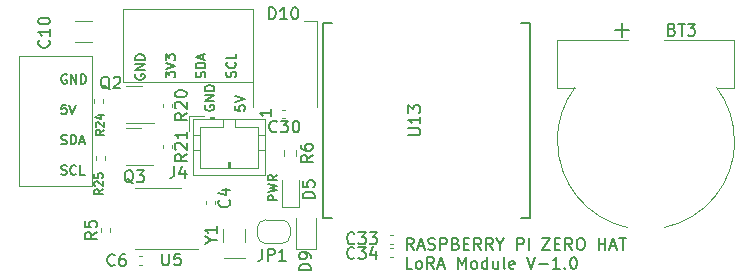
<source format=gto>
G04 #@! TF.GenerationSoftware,KiCad,Pcbnew,7.0.7*
G04 #@! TF.CreationDate,2023-12-10T12:53:02-04:00*
G04 #@! TF.ProjectId,pi zero hat,7069207a-6572-46f2-9068-61742e6b6963,rev?*
G04 #@! TF.SameCoordinates,Original*
G04 #@! TF.FileFunction,Legend,Top*
G04 #@! TF.FilePolarity,Positive*
%FSLAX46Y46*%
G04 Gerber Fmt 4.6, Leading zero omitted, Abs format (unit mm)*
G04 Created by KiCad (PCBNEW 7.0.7) date 2023-12-10 12:53:02*
%MOMM*%
%LPD*%
G01*
G04 APERTURE LIST*
%ADD10C,0.120000*%
%ADD11C,0.150000*%
G04 APERTURE END LIST*
D10*
X109200000Y-76600000D02*
X120200000Y-76600000D01*
X120200000Y-82800000D01*
X109200000Y-82800000D01*
X109200000Y-76600000D01*
X100400000Y-80600000D02*
X106600000Y-80600000D01*
X106600000Y-91600000D01*
X100400000Y-91600000D01*
X100400000Y-80600000D01*
D11*
X122294295Y-92810839D02*
X121494295Y-92810839D01*
X121494295Y-92810839D02*
X121494295Y-92506077D01*
X121494295Y-92506077D02*
X121532390Y-92429887D01*
X121532390Y-92429887D02*
X121570485Y-92391792D01*
X121570485Y-92391792D02*
X121646676Y-92353696D01*
X121646676Y-92353696D02*
X121760961Y-92353696D01*
X121760961Y-92353696D02*
X121837152Y-92391792D01*
X121837152Y-92391792D02*
X121875247Y-92429887D01*
X121875247Y-92429887D02*
X121913342Y-92506077D01*
X121913342Y-92506077D02*
X121913342Y-92810839D01*
X121494295Y-92087030D02*
X122294295Y-91896554D01*
X122294295Y-91896554D02*
X121722866Y-91744173D01*
X121722866Y-91744173D02*
X122294295Y-91591792D01*
X122294295Y-91591792D02*
X121494295Y-91401316D01*
X122294295Y-90639410D02*
X121913342Y-90906077D01*
X122294295Y-91096553D02*
X121494295Y-91096553D01*
X121494295Y-91096553D02*
X121494295Y-90791791D01*
X121494295Y-90791791D02*
X121532390Y-90715601D01*
X121532390Y-90715601D02*
X121570485Y-90677506D01*
X121570485Y-90677506D02*
X121646676Y-90639410D01*
X121646676Y-90639410D02*
X121760961Y-90639410D01*
X121760961Y-90639410D02*
X121837152Y-90677506D01*
X121837152Y-90677506D02*
X121875247Y-90715601D01*
X121875247Y-90715601D02*
X121913342Y-90791791D01*
X121913342Y-90791791D02*
X121913342Y-91096553D01*
X104458207Y-82154390D02*
X104382017Y-82116295D01*
X104382017Y-82116295D02*
X104267731Y-82116295D01*
X104267731Y-82116295D02*
X104153445Y-82154390D01*
X104153445Y-82154390D02*
X104077255Y-82230580D01*
X104077255Y-82230580D02*
X104039160Y-82306771D01*
X104039160Y-82306771D02*
X104001064Y-82459152D01*
X104001064Y-82459152D02*
X104001064Y-82573438D01*
X104001064Y-82573438D02*
X104039160Y-82725819D01*
X104039160Y-82725819D02*
X104077255Y-82802009D01*
X104077255Y-82802009D02*
X104153445Y-82878200D01*
X104153445Y-82878200D02*
X104267731Y-82916295D01*
X104267731Y-82916295D02*
X104343922Y-82916295D01*
X104343922Y-82916295D02*
X104458207Y-82878200D01*
X104458207Y-82878200D02*
X104496303Y-82840104D01*
X104496303Y-82840104D02*
X104496303Y-82573438D01*
X104496303Y-82573438D02*
X104343922Y-82573438D01*
X104839160Y-82916295D02*
X104839160Y-82116295D01*
X104839160Y-82116295D02*
X105296303Y-82916295D01*
X105296303Y-82916295D02*
X105296303Y-82116295D01*
X105677255Y-82916295D02*
X105677255Y-82116295D01*
X105677255Y-82116295D02*
X105867731Y-82116295D01*
X105867731Y-82116295D02*
X105982017Y-82154390D01*
X105982017Y-82154390D02*
X106058207Y-82230580D01*
X106058207Y-82230580D02*
X106096302Y-82306771D01*
X106096302Y-82306771D02*
X106134398Y-82459152D01*
X106134398Y-82459152D02*
X106134398Y-82573438D01*
X106134398Y-82573438D02*
X106096302Y-82725819D01*
X106096302Y-82725819D02*
X106058207Y-82802009D01*
X106058207Y-82802009D02*
X105982017Y-82878200D01*
X105982017Y-82878200D02*
X105867731Y-82916295D01*
X105867731Y-82916295D02*
X105677255Y-82916295D01*
X104420112Y-84692295D02*
X104039160Y-84692295D01*
X104039160Y-84692295D02*
X104001064Y-85073247D01*
X104001064Y-85073247D02*
X104039160Y-85035152D01*
X104039160Y-85035152D02*
X104115350Y-84997057D01*
X104115350Y-84997057D02*
X104305826Y-84997057D01*
X104305826Y-84997057D02*
X104382017Y-85035152D01*
X104382017Y-85035152D02*
X104420112Y-85073247D01*
X104420112Y-85073247D02*
X104458207Y-85149438D01*
X104458207Y-85149438D02*
X104458207Y-85339914D01*
X104458207Y-85339914D02*
X104420112Y-85416104D01*
X104420112Y-85416104D02*
X104382017Y-85454200D01*
X104382017Y-85454200D02*
X104305826Y-85492295D01*
X104305826Y-85492295D02*
X104115350Y-85492295D01*
X104115350Y-85492295D02*
X104039160Y-85454200D01*
X104039160Y-85454200D02*
X104001064Y-85416104D01*
X104686779Y-84692295D02*
X104953446Y-85492295D01*
X104953446Y-85492295D02*
X105220112Y-84692295D01*
X104001064Y-88030200D02*
X104115350Y-88068295D01*
X104115350Y-88068295D02*
X104305826Y-88068295D01*
X104305826Y-88068295D02*
X104382017Y-88030200D01*
X104382017Y-88030200D02*
X104420112Y-87992104D01*
X104420112Y-87992104D02*
X104458207Y-87915914D01*
X104458207Y-87915914D02*
X104458207Y-87839723D01*
X104458207Y-87839723D02*
X104420112Y-87763533D01*
X104420112Y-87763533D02*
X104382017Y-87725438D01*
X104382017Y-87725438D02*
X104305826Y-87687342D01*
X104305826Y-87687342D02*
X104153445Y-87649247D01*
X104153445Y-87649247D02*
X104077255Y-87611152D01*
X104077255Y-87611152D02*
X104039160Y-87573057D01*
X104039160Y-87573057D02*
X104001064Y-87496866D01*
X104001064Y-87496866D02*
X104001064Y-87420676D01*
X104001064Y-87420676D02*
X104039160Y-87344485D01*
X104039160Y-87344485D02*
X104077255Y-87306390D01*
X104077255Y-87306390D02*
X104153445Y-87268295D01*
X104153445Y-87268295D02*
X104343922Y-87268295D01*
X104343922Y-87268295D02*
X104458207Y-87306390D01*
X104801065Y-88068295D02*
X104801065Y-87268295D01*
X104801065Y-87268295D02*
X104991541Y-87268295D01*
X104991541Y-87268295D02*
X105105827Y-87306390D01*
X105105827Y-87306390D02*
X105182017Y-87382580D01*
X105182017Y-87382580D02*
X105220112Y-87458771D01*
X105220112Y-87458771D02*
X105258208Y-87611152D01*
X105258208Y-87611152D02*
X105258208Y-87725438D01*
X105258208Y-87725438D02*
X105220112Y-87877819D01*
X105220112Y-87877819D02*
X105182017Y-87954009D01*
X105182017Y-87954009D02*
X105105827Y-88030200D01*
X105105827Y-88030200D02*
X104991541Y-88068295D01*
X104991541Y-88068295D02*
X104801065Y-88068295D01*
X105562969Y-87839723D02*
X105943922Y-87839723D01*
X105486779Y-88068295D02*
X105753446Y-87268295D01*
X105753446Y-87268295D02*
X106020112Y-88068295D01*
X104001064Y-90606200D02*
X104115350Y-90644295D01*
X104115350Y-90644295D02*
X104305826Y-90644295D01*
X104305826Y-90644295D02*
X104382017Y-90606200D01*
X104382017Y-90606200D02*
X104420112Y-90568104D01*
X104420112Y-90568104D02*
X104458207Y-90491914D01*
X104458207Y-90491914D02*
X104458207Y-90415723D01*
X104458207Y-90415723D02*
X104420112Y-90339533D01*
X104420112Y-90339533D02*
X104382017Y-90301438D01*
X104382017Y-90301438D02*
X104305826Y-90263342D01*
X104305826Y-90263342D02*
X104153445Y-90225247D01*
X104153445Y-90225247D02*
X104077255Y-90187152D01*
X104077255Y-90187152D02*
X104039160Y-90149057D01*
X104039160Y-90149057D02*
X104001064Y-90072866D01*
X104001064Y-90072866D02*
X104001064Y-89996676D01*
X104001064Y-89996676D02*
X104039160Y-89920485D01*
X104039160Y-89920485D02*
X104077255Y-89882390D01*
X104077255Y-89882390D02*
X104153445Y-89844295D01*
X104153445Y-89844295D02*
X104343922Y-89844295D01*
X104343922Y-89844295D02*
X104458207Y-89882390D01*
X105258208Y-90568104D02*
X105220112Y-90606200D01*
X105220112Y-90606200D02*
X105105827Y-90644295D01*
X105105827Y-90644295D02*
X105029636Y-90644295D01*
X105029636Y-90644295D02*
X104915350Y-90606200D01*
X104915350Y-90606200D02*
X104839160Y-90530009D01*
X104839160Y-90530009D02*
X104801065Y-90453819D01*
X104801065Y-90453819D02*
X104762969Y-90301438D01*
X104762969Y-90301438D02*
X104762969Y-90187152D01*
X104762969Y-90187152D02*
X104801065Y-90034771D01*
X104801065Y-90034771D02*
X104839160Y-89958580D01*
X104839160Y-89958580D02*
X104915350Y-89882390D01*
X104915350Y-89882390D02*
X105029636Y-89844295D01*
X105029636Y-89844295D02*
X105105827Y-89844295D01*
X105105827Y-89844295D02*
X105220112Y-89882390D01*
X105220112Y-89882390D02*
X105258208Y-89920485D01*
X105982017Y-90644295D02*
X105601065Y-90644295D01*
X105601065Y-90644295D02*
X105601065Y-89844295D01*
X133838207Y-96989819D02*
X133504874Y-96513628D01*
X133266779Y-96989819D02*
X133266779Y-95989819D01*
X133266779Y-95989819D02*
X133647731Y-95989819D01*
X133647731Y-95989819D02*
X133742969Y-96037438D01*
X133742969Y-96037438D02*
X133790588Y-96085057D01*
X133790588Y-96085057D02*
X133838207Y-96180295D01*
X133838207Y-96180295D02*
X133838207Y-96323152D01*
X133838207Y-96323152D02*
X133790588Y-96418390D01*
X133790588Y-96418390D02*
X133742969Y-96466009D01*
X133742969Y-96466009D02*
X133647731Y-96513628D01*
X133647731Y-96513628D02*
X133266779Y-96513628D01*
X134219160Y-96704104D02*
X134695350Y-96704104D01*
X134123922Y-96989819D02*
X134457255Y-95989819D01*
X134457255Y-95989819D02*
X134790588Y-96989819D01*
X135076303Y-96942200D02*
X135219160Y-96989819D01*
X135219160Y-96989819D02*
X135457255Y-96989819D01*
X135457255Y-96989819D02*
X135552493Y-96942200D01*
X135552493Y-96942200D02*
X135600112Y-96894580D01*
X135600112Y-96894580D02*
X135647731Y-96799342D01*
X135647731Y-96799342D02*
X135647731Y-96704104D01*
X135647731Y-96704104D02*
X135600112Y-96608866D01*
X135600112Y-96608866D02*
X135552493Y-96561247D01*
X135552493Y-96561247D02*
X135457255Y-96513628D01*
X135457255Y-96513628D02*
X135266779Y-96466009D01*
X135266779Y-96466009D02*
X135171541Y-96418390D01*
X135171541Y-96418390D02*
X135123922Y-96370771D01*
X135123922Y-96370771D02*
X135076303Y-96275533D01*
X135076303Y-96275533D02*
X135076303Y-96180295D01*
X135076303Y-96180295D02*
X135123922Y-96085057D01*
X135123922Y-96085057D02*
X135171541Y-96037438D01*
X135171541Y-96037438D02*
X135266779Y-95989819D01*
X135266779Y-95989819D02*
X135504874Y-95989819D01*
X135504874Y-95989819D02*
X135647731Y-96037438D01*
X136076303Y-96989819D02*
X136076303Y-95989819D01*
X136076303Y-95989819D02*
X136457255Y-95989819D01*
X136457255Y-95989819D02*
X136552493Y-96037438D01*
X136552493Y-96037438D02*
X136600112Y-96085057D01*
X136600112Y-96085057D02*
X136647731Y-96180295D01*
X136647731Y-96180295D02*
X136647731Y-96323152D01*
X136647731Y-96323152D02*
X136600112Y-96418390D01*
X136600112Y-96418390D02*
X136552493Y-96466009D01*
X136552493Y-96466009D02*
X136457255Y-96513628D01*
X136457255Y-96513628D02*
X136076303Y-96513628D01*
X137409636Y-96466009D02*
X137552493Y-96513628D01*
X137552493Y-96513628D02*
X137600112Y-96561247D01*
X137600112Y-96561247D02*
X137647731Y-96656485D01*
X137647731Y-96656485D02*
X137647731Y-96799342D01*
X137647731Y-96799342D02*
X137600112Y-96894580D01*
X137600112Y-96894580D02*
X137552493Y-96942200D01*
X137552493Y-96942200D02*
X137457255Y-96989819D01*
X137457255Y-96989819D02*
X137076303Y-96989819D01*
X137076303Y-96989819D02*
X137076303Y-95989819D01*
X137076303Y-95989819D02*
X137409636Y-95989819D01*
X137409636Y-95989819D02*
X137504874Y-96037438D01*
X137504874Y-96037438D02*
X137552493Y-96085057D01*
X137552493Y-96085057D02*
X137600112Y-96180295D01*
X137600112Y-96180295D02*
X137600112Y-96275533D01*
X137600112Y-96275533D02*
X137552493Y-96370771D01*
X137552493Y-96370771D02*
X137504874Y-96418390D01*
X137504874Y-96418390D02*
X137409636Y-96466009D01*
X137409636Y-96466009D02*
X137076303Y-96466009D01*
X138076303Y-96466009D02*
X138409636Y-96466009D01*
X138552493Y-96989819D02*
X138076303Y-96989819D01*
X138076303Y-96989819D02*
X138076303Y-95989819D01*
X138076303Y-95989819D02*
X138552493Y-95989819D01*
X139552493Y-96989819D02*
X139219160Y-96513628D01*
X138981065Y-96989819D02*
X138981065Y-95989819D01*
X138981065Y-95989819D02*
X139362017Y-95989819D01*
X139362017Y-95989819D02*
X139457255Y-96037438D01*
X139457255Y-96037438D02*
X139504874Y-96085057D01*
X139504874Y-96085057D02*
X139552493Y-96180295D01*
X139552493Y-96180295D02*
X139552493Y-96323152D01*
X139552493Y-96323152D02*
X139504874Y-96418390D01*
X139504874Y-96418390D02*
X139457255Y-96466009D01*
X139457255Y-96466009D02*
X139362017Y-96513628D01*
X139362017Y-96513628D02*
X138981065Y-96513628D01*
X140552493Y-96989819D02*
X140219160Y-96513628D01*
X139981065Y-96989819D02*
X139981065Y-95989819D01*
X139981065Y-95989819D02*
X140362017Y-95989819D01*
X140362017Y-95989819D02*
X140457255Y-96037438D01*
X140457255Y-96037438D02*
X140504874Y-96085057D01*
X140504874Y-96085057D02*
X140552493Y-96180295D01*
X140552493Y-96180295D02*
X140552493Y-96323152D01*
X140552493Y-96323152D02*
X140504874Y-96418390D01*
X140504874Y-96418390D02*
X140457255Y-96466009D01*
X140457255Y-96466009D02*
X140362017Y-96513628D01*
X140362017Y-96513628D02*
X139981065Y-96513628D01*
X141171541Y-96513628D02*
X141171541Y-96989819D01*
X140838208Y-95989819D02*
X141171541Y-96513628D01*
X141171541Y-96513628D02*
X141504874Y-95989819D01*
X142600113Y-96989819D02*
X142600113Y-95989819D01*
X142600113Y-95989819D02*
X142981065Y-95989819D01*
X142981065Y-95989819D02*
X143076303Y-96037438D01*
X143076303Y-96037438D02*
X143123922Y-96085057D01*
X143123922Y-96085057D02*
X143171541Y-96180295D01*
X143171541Y-96180295D02*
X143171541Y-96323152D01*
X143171541Y-96323152D02*
X143123922Y-96418390D01*
X143123922Y-96418390D02*
X143076303Y-96466009D01*
X143076303Y-96466009D02*
X142981065Y-96513628D01*
X142981065Y-96513628D02*
X142600113Y-96513628D01*
X143600113Y-96989819D02*
X143600113Y-95989819D01*
X144742970Y-95989819D02*
X145409636Y-95989819D01*
X145409636Y-95989819D02*
X144742970Y-96989819D01*
X144742970Y-96989819D02*
X145409636Y-96989819D01*
X145790589Y-96466009D02*
X146123922Y-96466009D01*
X146266779Y-96989819D02*
X145790589Y-96989819D01*
X145790589Y-96989819D02*
X145790589Y-95989819D01*
X145790589Y-95989819D02*
X146266779Y-95989819D01*
X147266779Y-96989819D02*
X146933446Y-96513628D01*
X146695351Y-96989819D02*
X146695351Y-95989819D01*
X146695351Y-95989819D02*
X147076303Y-95989819D01*
X147076303Y-95989819D02*
X147171541Y-96037438D01*
X147171541Y-96037438D02*
X147219160Y-96085057D01*
X147219160Y-96085057D02*
X147266779Y-96180295D01*
X147266779Y-96180295D02*
X147266779Y-96323152D01*
X147266779Y-96323152D02*
X147219160Y-96418390D01*
X147219160Y-96418390D02*
X147171541Y-96466009D01*
X147171541Y-96466009D02*
X147076303Y-96513628D01*
X147076303Y-96513628D02*
X146695351Y-96513628D01*
X147885827Y-95989819D02*
X148076303Y-95989819D01*
X148076303Y-95989819D02*
X148171541Y-96037438D01*
X148171541Y-96037438D02*
X148266779Y-96132676D01*
X148266779Y-96132676D02*
X148314398Y-96323152D01*
X148314398Y-96323152D02*
X148314398Y-96656485D01*
X148314398Y-96656485D02*
X148266779Y-96846961D01*
X148266779Y-96846961D02*
X148171541Y-96942200D01*
X148171541Y-96942200D02*
X148076303Y-96989819D01*
X148076303Y-96989819D02*
X147885827Y-96989819D01*
X147885827Y-96989819D02*
X147790589Y-96942200D01*
X147790589Y-96942200D02*
X147695351Y-96846961D01*
X147695351Y-96846961D02*
X147647732Y-96656485D01*
X147647732Y-96656485D02*
X147647732Y-96323152D01*
X147647732Y-96323152D02*
X147695351Y-96132676D01*
X147695351Y-96132676D02*
X147790589Y-96037438D01*
X147790589Y-96037438D02*
X147885827Y-95989819D01*
X149504875Y-96989819D02*
X149504875Y-95989819D01*
X149504875Y-96466009D02*
X150076303Y-96466009D01*
X150076303Y-96989819D02*
X150076303Y-95989819D01*
X150504875Y-96704104D02*
X150981065Y-96704104D01*
X150409637Y-96989819D02*
X150742970Y-95989819D01*
X150742970Y-95989819D02*
X151076303Y-96989819D01*
X151266780Y-95989819D02*
X151838208Y-95989819D01*
X151552494Y-96989819D02*
X151552494Y-95989819D01*
X133742969Y-98599819D02*
X133266779Y-98599819D01*
X133266779Y-98599819D02*
X133266779Y-97599819D01*
X134219160Y-98599819D02*
X134123922Y-98552200D01*
X134123922Y-98552200D02*
X134076303Y-98504580D01*
X134076303Y-98504580D02*
X134028684Y-98409342D01*
X134028684Y-98409342D02*
X134028684Y-98123628D01*
X134028684Y-98123628D02*
X134076303Y-98028390D01*
X134076303Y-98028390D02*
X134123922Y-97980771D01*
X134123922Y-97980771D02*
X134219160Y-97933152D01*
X134219160Y-97933152D02*
X134362017Y-97933152D01*
X134362017Y-97933152D02*
X134457255Y-97980771D01*
X134457255Y-97980771D02*
X134504874Y-98028390D01*
X134504874Y-98028390D02*
X134552493Y-98123628D01*
X134552493Y-98123628D02*
X134552493Y-98409342D01*
X134552493Y-98409342D02*
X134504874Y-98504580D01*
X134504874Y-98504580D02*
X134457255Y-98552200D01*
X134457255Y-98552200D02*
X134362017Y-98599819D01*
X134362017Y-98599819D02*
X134219160Y-98599819D01*
X135552493Y-98599819D02*
X135219160Y-98123628D01*
X134981065Y-98599819D02*
X134981065Y-97599819D01*
X134981065Y-97599819D02*
X135362017Y-97599819D01*
X135362017Y-97599819D02*
X135457255Y-97647438D01*
X135457255Y-97647438D02*
X135504874Y-97695057D01*
X135504874Y-97695057D02*
X135552493Y-97790295D01*
X135552493Y-97790295D02*
X135552493Y-97933152D01*
X135552493Y-97933152D02*
X135504874Y-98028390D01*
X135504874Y-98028390D02*
X135457255Y-98076009D01*
X135457255Y-98076009D02*
X135362017Y-98123628D01*
X135362017Y-98123628D02*
X134981065Y-98123628D01*
X135933446Y-98314104D02*
X136409636Y-98314104D01*
X135838208Y-98599819D02*
X136171541Y-97599819D01*
X136171541Y-97599819D02*
X136504874Y-98599819D01*
X137600113Y-98599819D02*
X137600113Y-97599819D01*
X137600113Y-97599819D02*
X137933446Y-98314104D01*
X137933446Y-98314104D02*
X138266779Y-97599819D01*
X138266779Y-97599819D02*
X138266779Y-98599819D01*
X138885827Y-98599819D02*
X138790589Y-98552200D01*
X138790589Y-98552200D02*
X138742970Y-98504580D01*
X138742970Y-98504580D02*
X138695351Y-98409342D01*
X138695351Y-98409342D02*
X138695351Y-98123628D01*
X138695351Y-98123628D02*
X138742970Y-98028390D01*
X138742970Y-98028390D02*
X138790589Y-97980771D01*
X138790589Y-97980771D02*
X138885827Y-97933152D01*
X138885827Y-97933152D02*
X139028684Y-97933152D01*
X139028684Y-97933152D02*
X139123922Y-97980771D01*
X139123922Y-97980771D02*
X139171541Y-98028390D01*
X139171541Y-98028390D02*
X139219160Y-98123628D01*
X139219160Y-98123628D02*
X139219160Y-98409342D01*
X139219160Y-98409342D02*
X139171541Y-98504580D01*
X139171541Y-98504580D02*
X139123922Y-98552200D01*
X139123922Y-98552200D02*
X139028684Y-98599819D01*
X139028684Y-98599819D02*
X138885827Y-98599819D01*
X140076303Y-98599819D02*
X140076303Y-97599819D01*
X140076303Y-98552200D02*
X139981065Y-98599819D01*
X139981065Y-98599819D02*
X139790589Y-98599819D01*
X139790589Y-98599819D02*
X139695351Y-98552200D01*
X139695351Y-98552200D02*
X139647732Y-98504580D01*
X139647732Y-98504580D02*
X139600113Y-98409342D01*
X139600113Y-98409342D02*
X139600113Y-98123628D01*
X139600113Y-98123628D02*
X139647732Y-98028390D01*
X139647732Y-98028390D02*
X139695351Y-97980771D01*
X139695351Y-97980771D02*
X139790589Y-97933152D01*
X139790589Y-97933152D02*
X139981065Y-97933152D01*
X139981065Y-97933152D02*
X140076303Y-97980771D01*
X140981065Y-97933152D02*
X140981065Y-98599819D01*
X140552494Y-97933152D02*
X140552494Y-98456961D01*
X140552494Y-98456961D02*
X140600113Y-98552200D01*
X140600113Y-98552200D02*
X140695351Y-98599819D01*
X140695351Y-98599819D02*
X140838208Y-98599819D01*
X140838208Y-98599819D02*
X140933446Y-98552200D01*
X140933446Y-98552200D02*
X140981065Y-98504580D01*
X141600113Y-98599819D02*
X141504875Y-98552200D01*
X141504875Y-98552200D02*
X141457256Y-98456961D01*
X141457256Y-98456961D02*
X141457256Y-97599819D01*
X142362018Y-98552200D02*
X142266780Y-98599819D01*
X142266780Y-98599819D02*
X142076304Y-98599819D01*
X142076304Y-98599819D02*
X141981066Y-98552200D01*
X141981066Y-98552200D02*
X141933447Y-98456961D01*
X141933447Y-98456961D02*
X141933447Y-98076009D01*
X141933447Y-98076009D02*
X141981066Y-97980771D01*
X141981066Y-97980771D02*
X142076304Y-97933152D01*
X142076304Y-97933152D02*
X142266780Y-97933152D01*
X142266780Y-97933152D02*
X142362018Y-97980771D01*
X142362018Y-97980771D02*
X142409637Y-98076009D01*
X142409637Y-98076009D02*
X142409637Y-98171247D01*
X142409637Y-98171247D02*
X141933447Y-98266485D01*
X143457257Y-97599819D02*
X143790590Y-98599819D01*
X143790590Y-98599819D02*
X144123923Y-97599819D01*
X144457257Y-98218866D02*
X145219162Y-98218866D01*
X146219161Y-98599819D02*
X145647733Y-98599819D01*
X145933447Y-98599819D02*
X145933447Y-97599819D01*
X145933447Y-97599819D02*
X145838209Y-97742676D01*
X145838209Y-97742676D02*
X145742971Y-97837914D01*
X145742971Y-97837914D02*
X145647733Y-97885533D01*
X146647733Y-98504580D02*
X146695352Y-98552200D01*
X146695352Y-98552200D02*
X146647733Y-98599819D01*
X146647733Y-98599819D02*
X146600114Y-98552200D01*
X146600114Y-98552200D02*
X146647733Y-98504580D01*
X146647733Y-98504580D02*
X146647733Y-98599819D01*
X147314399Y-97599819D02*
X147409637Y-97599819D01*
X147409637Y-97599819D02*
X147504875Y-97647438D01*
X147504875Y-97647438D02*
X147552494Y-97695057D01*
X147552494Y-97695057D02*
X147600113Y-97790295D01*
X147600113Y-97790295D02*
X147647732Y-97980771D01*
X147647732Y-97980771D02*
X147647732Y-98218866D01*
X147647732Y-98218866D02*
X147600113Y-98409342D01*
X147600113Y-98409342D02*
X147552494Y-98504580D01*
X147552494Y-98504580D02*
X147504875Y-98552200D01*
X147504875Y-98552200D02*
X147409637Y-98599819D01*
X147409637Y-98599819D02*
X147314399Y-98599819D01*
X147314399Y-98599819D02*
X147219161Y-98552200D01*
X147219161Y-98552200D02*
X147171542Y-98504580D01*
X147171542Y-98504580D02*
X147123923Y-98409342D01*
X147123923Y-98409342D02*
X147076304Y-98218866D01*
X147076304Y-98218866D02*
X147076304Y-97980771D01*
X147076304Y-97980771D02*
X147123923Y-97790295D01*
X147123923Y-97790295D02*
X147171542Y-97695057D01*
X147171542Y-97695057D02*
X147219161Y-97647438D01*
X147219161Y-97647438D02*
X147314399Y-97599819D01*
X110304390Y-82127255D02*
X110266295Y-82203445D01*
X110266295Y-82203445D02*
X110266295Y-82317731D01*
X110266295Y-82317731D02*
X110304390Y-82432017D01*
X110304390Y-82432017D02*
X110380580Y-82508207D01*
X110380580Y-82508207D02*
X110456771Y-82546302D01*
X110456771Y-82546302D02*
X110609152Y-82584398D01*
X110609152Y-82584398D02*
X110723438Y-82584398D01*
X110723438Y-82584398D02*
X110875819Y-82546302D01*
X110875819Y-82546302D02*
X110952009Y-82508207D01*
X110952009Y-82508207D02*
X111028200Y-82432017D01*
X111028200Y-82432017D02*
X111066295Y-82317731D01*
X111066295Y-82317731D02*
X111066295Y-82241540D01*
X111066295Y-82241540D02*
X111028200Y-82127255D01*
X111028200Y-82127255D02*
X110990104Y-82089159D01*
X110990104Y-82089159D02*
X110723438Y-82089159D01*
X110723438Y-82089159D02*
X110723438Y-82241540D01*
X111066295Y-81746302D02*
X110266295Y-81746302D01*
X110266295Y-81746302D02*
X111066295Y-81289159D01*
X111066295Y-81289159D02*
X110266295Y-81289159D01*
X111066295Y-80908207D02*
X110266295Y-80908207D01*
X110266295Y-80908207D02*
X110266295Y-80717731D01*
X110266295Y-80717731D02*
X110304390Y-80603445D01*
X110304390Y-80603445D02*
X110380580Y-80527255D01*
X110380580Y-80527255D02*
X110456771Y-80489160D01*
X110456771Y-80489160D02*
X110609152Y-80451064D01*
X110609152Y-80451064D02*
X110723438Y-80451064D01*
X110723438Y-80451064D02*
X110875819Y-80489160D01*
X110875819Y-80489160D02*
X110952009Y-80527255D01*
X110952009Y-80527255D02*
X111028200Y-80603445D01*
X111028200Y-80603445D02*
X111066295Y-80717731D01*
X111066295Y-80717731D02*
X111066295Y-80908207D01*
X112842295Y-82393922D02*
X112842295Y-81898684D01*
X112842295Y-81898684D02*
X113147057Y-82165350D01*
X113147057Y-82165350D02*
X113147057Y-82051065D01*
X113147057Y-82051065D02*
X113185152Y-81974874D01*
X113185152Y-81974874D02*
X113223247Y-81936779D01*
X113223247Y-81936779D02*
X113299438Y-81898684D01*
X113299438Y-81898684D02*
X113489914Y-81898684D01*
X113489914Y-81898684D02*
X113566104Y-81936779D01*
X113566104Y-81936779D02*
X113604200Y-81974874D01*
X113604200Y-81974874D02*
X113642295Y-82051065D01*
X113642295Y-82051065D02*
X113642295Y-82279636D01*
X113642295Y-82279636D02*
X113604200Y-82355827D01*
X113604200Y-82355827D02*
X113566104Y-82393922D01*
X112842295Y-81670112D02*
X113642295Y-81403445D01*
X113642295Y-81403445D02*
X112842295Y-81136779D01*
X112842295Y-80946303D02*
X112842295Y-80451065D01*
X112842295Y-80451065D02*
X113147057Y-80717731D01*
X113147057Y-80717731D02*
X113147057Y-80603446D01*
X113147057Y-80603446D02*
X113185152Y-80527255D01*
X113185152Y-80527255D02*
X113223247Y-80489160D01*
X113223247Y-80489160D02*
X113299438Y-80451065D01*
X113299438Y-80451065D02*
X113489914Y-80451065D01*
X113489914Y-80451065D02*
X113566104Y-80489160D01*
X113566104Y-80489160D02*
X113604200Y-80527255D01*
X113604200Y-80527255D02*
X113642295Y-80603446D01*
X113642295Y-80603446D02*
X113642295Y-80832017D01*
X113642295Y-80832017D02*
X113604200Y-80908208D01*
X113604200Y-80908208D02*
X113566104Y-80946303D01*
X116180200Y-82393922D02*
X116218295Y-82279636D01*
X116218295Y-82279636D02*
X116218295Y-82089160D01*
X116218295Y-82089160D02*
X116180200Y-82012969D01*
X116180200Y-82012969D02*
X116142104Y-81974874D01*
X116142104Y-81974874D02*
X116065914Y-81936779D01*
X116065914Y-81936779D02*
X115989723Y-81936779D01*
X115989723Y-81936779D02*
X115913533Y-81974874D01*
X115913533Y-81974874D02*
X115875438Y-82012969D01*
X115875438Y-82012969D02*
X115837342Y-82089160D01*
X115837342Y-82089160D02*
X115799247Y-82241541D01*
X115799247Y-82241541D02*
X115761152Y-82317731D01*
X115761152Y-82317731D02*
X115723057Y-82355826D01*
X115723057Y-82355826D02*
X115646866Y-82393922D01*
X115646866Y-82393922D02*
X115570676Y-82393922D01*
X115570676Y-82393922D02*
X115494485Y-82355826D01*
X115494485Y-82355826D02*
X115456390Y-82317731D01*
X115456390Y-82317731D02*
X115418295Y-82241541D01*
X115418295Y-82241541D02*
X115418295Y-82051064D01*
X115418295Y-82051064D02*
X115456390Y-81936779D01*
X116218295Y-81593921D02*
X115418295Y-81593921D01*
X115418295Y-81593921D02*
X115418295Y-81403445D01*
X115418295Y-81403445D02*
X115456390Y-81289159D01*
X115456390Y-81289159D02*
X115532580Y-81212969D01*
X115532580Y-81212969D02*
X115608771Y-81174874D01*
X115608771Y-81174874D02*
X115761152Y-81136778D01*
X115761152Y-81136778D02*
X115875438Y-81136778D01*
X115875438Y-81136778D02*
X116027819Y-81174874D01*
X116027819Y-81174874D02*
X116104009Y-81212969D01*
X116104009Y-81212969D02*
X116180200Y-81289159D01*
X116180200Y-81289159D02*
X116218295Y-81403445D01*
X116218295Y-81403445D02*
X116218295Y-81593921D01*
X115989723Y-80832017D02*
X115989723Y-80451064D01*
X116218295Y-80908207D02*
X115418295Y-80641540D01*
X115418295Y-80641540D02*
X116218295Y-80374874D01*
X118756200Y-82355827D02*
X118794295Y-82241541D01*
X118794295Y-82241541D02*
X118794295Y-82051065D01*
X118794295Y-82051065D02*
X118756200Y-81974874D01*
X118756200Y-81974874D02*
X118718104Y-81936779D01*
X118718104Y-81936779D02*
X118641914Y-81898684D01*
X118641914Y-81898684D02*
X118565723Y-81898684D01*
X118565723Y-81898684D02*
X118489533Y-81936779D01*
X118489533Y-81936779D02*
X118451438Y-81974874D01*
X118451438Y-81974874D02*
X118413342Y-82051065D01*
X118413342Y-82051065D02*
X118375247Y-82203446D01*
X118375247Y-82203446D02*
X118337152Y-82279636D01*
X118337152Y-82279636D02*
X118299057Y-82317731D01*
X118299057Y-82317731D02*
X118222866Y-82355827D01*
X118222866Y-82355827D02*
X118146676Y-82355827D01*
X118146676Y-82355827D02*
X118070485Y-82317731D01*
X118070485Y-82317731D02*
X118032390Y-82279636D01*
X118032390Y-82279636D02*
X117994295Y-82203446D01*
X117994295Y-82203446D02*
X117994295Y-82012969D01*
X117994295Y-82012969D02*
X118032390Y-81898684D01*
X118718104Y-81098683D02*
X118756200Y-81136779D01*
X118756200Y-81136779D02*
X118794295Y-81251064D01*
X118794295Y-81251064D02*
X118794295Y-81327255D01*
X118794295Y-81327255D02*
X118756200Y-81441541D01*
X118756200Y-81441541D02*
X118680009Y-81517731D01*
X118680009Y-81517731D02*
X118603819Y-81555826D01*
X118603819Y-81555826D02*
X118451438Y-81593922D01*
X118451438Y-81593922D02*
X118337152Y-81593922D01*
X118337152Y-81593922D02*
X118184771Y-81555826D01*
X118184771Y-81555826D02*
X118108580Y-81517731D01*
X118108580Y-81517731D02*
X118032390Y-81441541D01*
X118032390Y-81441541D02*
X117994295Y-81327255D01*
X117994295Y-81327255D02*
X117994295Y-81251064D01*
X117994295Y-81251064D02*
X118032390Y-81136779D01*
X118032390Y-81136779D02*
X118070485Y-81098683D01*
X118794295Y-80374874D02*
X118794295Y-80755826D01*
X118794295Y-80755826D02*
X117994295Y-80755826D01*
X116206390Y-84741792D02*
X116168295Y-84817982D01*
X116168295Y-84817982D02*
X116168295Y-84932268D01*
X116168295Y-84932268D02*
X116206390Y-85046554D01*
X116206390Y-85046554D02*
X116282580Y-85122744D01*
X116282580Y-85122744D02*
X116358771Y-85160839D01*
X116358771Y-85160839D02*
X116511152Y-85198935D01*
X116511152Y-85198935D02*
X116625438Y-85198935D01*
X116625438Y-85198935D02*
X116777819Y-85160839D01*
X116777819Y-85160839D02*
X116854009Y-85122744D01*
X116854009Y-85122744D02*
X116930200Y-85046554D01*
X116930200Y-85046554D02*
X116968295Y-84932268D01*
X116968295Y-84932268D02*
X116968295Y-84856077D01*
X116968295Y-84856077D02*
X116930200Y-84741792D01*
X116930200Y-84741792D02*
X116892104Y-84703696D01*
X116892104Y-84703696D02*
X116625438Y-84703696D01*
X116625438Y-84703696D02*
X116625438Y-84856077D01*
X116968295Y-84360839D02*
X116168295Y-84360839D01*
X116168295Y-84360839D02*
X116968295Y-83903696D01*
X116968295Y-83903696D02*
X116168295Y-83903696D01*
X116968295Y-83522744D02*
X116168295Y-83522744D01*
X116168295Y-83522744D02*
X116168295Y-83332268D01*
X116168295Y-83332268D02*
X116206390Y-83217982D01*
X116206390Y-83217982D02*
X116282580Y-83141792D01*
X116282580Y-83141792D02*
X116358771Y-83103697D01*
X116358771Y-83103697D02*
X116511152Y-83065601D01*
X116511152Y-83065601D02*
X116625438Y-83065601D01*
X116625438Y-83065601D02*
X116777819Y-83103697D01*
X116777819Y-83103697D02*
X116854009Y-83141792D01*
X116854009Y-83141792D02*
X116930200Y-83217982D01*
X116930200Y-83217982D02*
X116968295Y-83332268D01*
X116968295Y-83332268D02*
X116968295Y-83522744D01*
X118744295Y-84779887D02*
X118744295Y-85160839D01*
X118744295Y-85160839D02*
X119125247Y-85198935D01*
X119125247Y-85198935D02*
X119087152Y-85160839D01*
X119087152Y-85160839D02*
X119049057Y-85084649D01*
X119049057Y-85084649D02*
X119049057Y-84894173D01*
X119049057Y-84894173D02*
X119087152Y-84817982D01*
X119087152Y-84817982D02*
X119125247Y-84779887D01*
X119125247Y-84779887D02*
X119201438Y-84741792D01*
X119201438Y-84741792D02*
X119391914Y-84741792D01*
X119391914Y-84741792D02*
X119468104Y-84779887D01*
X119468104Y-84779887D02*
X119506200Y-84817982D01*
X119506200Y-84817982D02*
X119544295Y-84894173D01*
X119544295Y-84894173D02*
X119544295Y-85084649D01*
X119544295Y-85084649D02*
X119506200Y-85160839D01*
X119506200Y-85160839D02*
X119468104Y-85198935D01*
X118744295Y-84513220D02*
X119544295Y-84246553D01*
X119544295Y-84246553D02*
X118744295Y-83979887D01*
X133404819Y-87288094D02*
X134214342Y-87288094D01*
X134214342Y-87288094D02*
X134309580Y-87240475D01*
X134309580Y-87240475D02*
X134357200Y-87192856D01*
X134357200Y-87192856D02*
X134404819Y-87097618D01*
X134404819Y-87097618D02*
X134404819Y-86907142D01*
X134404819Y-86907142D02*
X134357200Y-86811904D01*
X134357200Y-86811904D02*
X134309580Y-86764285D01*
X134309580Y-86764285D02*
X134214342Y-86716666D01*
X134214342Y-86716666D02*
X133404819Y-86716666D01*
X134404819Y-85716666D02*
X134404819Y-86288094D01*
X134404819Y-86002380D02*
X133404819Y-86002380D01*
X133404819Y-86002380D02*
X133547676Y-86097618D01*
X133547676Y-86097618D02*
X133642914Y-86192856D01*
X133642914Y-86192856D02*
X133690533Y-86288094D01*
X133404819Y-85383332D02*
X133404819Y-84764285D01*
X133404819Y-84764285D02*
X133785771Y-85097618D01*
X133785771Y-85097618D02*
X133785771Y-84954761D01*
X133785771Y-84954761D02*
X133833390Y-84859523D01*
X133833390Y-84859523D02*
X133881009Y-84811904D01*
X133881009Y-84811904D02*
X133976247Y-84764285D01*
X133976247Y-84764285D02*
X134214342Y-84764285D01*
X134214342Y-84764285D02*
X134309580Y-84811904D01*
X134309580Y-84811904D02*
X134357200Y-84859523D01*
X134357200Y-84859523D02*
X134404819Y-84954761D01*
X134404819Y-84954761D02*
X134404819Y-85240475D01*
X134404819Y-85240475D02*
X134357200Y-85335713D01*
X134357200Y-85335713D02*
X134309580Y-85383332D01*
X108533333Y-98259580D02*
X108485714Y-98307200D01*
X108485714Y-98307200D02*
X108342857Y-98354819D01*
X108342857Y-98354819D02*
X108247619Y-98354819D01*
X108247619Y-98354819D02*
X108104762Y-98307200D01*
X108104762Y-98307200D02*
X108009524Y-98211961D01*
X108009524Y-98211961D02*
X107961905Y-98116723D01*
X107961905Y-98116723D02*
X107914286Y-97926247D01*
X107914286Y-97926247D02*
X107914286Y-97783390D01*
X107914286Y-97783390D02*
X107961905Y-97592914D01*
X107961905Y-97592914D02*
X108009524Y-97497676D01*
X108009524Y-97497676D02*
X108104762Y-97402438D01*
X108104762Y-97402438D02*
X108247619Y-97354819D01*
X108247619Y-97354819D02*
X108342857Y-97354819D01*
X108342857Y-97354819D02*
X108485714Y-97402438D01*
X108485714Y-97402438D02*
X108533333Y-97450057D01*
X109390476Y-97354819D02*
X109200000Y-97354819D01*
X109200000Y-97354819D02*
X109104762Y-97402438D01*
X109104762Y-97402438D02*
X109057143Y-97450057D01*
X109057143Y-97450057D02*
X108961905Y-97592914D01*
X108961905Y-97592914D02*
X108914286Y-97783390D01*
X108914286Y-97783390D02*
X108914286Y-98164342D01*
X108914286Y-98164342D02*
X108961905Y-98259580D01*
X108961905Y-98259580D02*
X109009524Y-98307200D01*
X109009524Y-98307200D02*
X109104762Y-98354819D01*
X109104762Y-98354819D02*
X109295238Y-98354819D01*
X109295238Y-98354819D02*
X109390476Y-98307200D01*
X109390476Y-98307200D02*
X109438095Y-98259580D01*
X109438095Y-98259580D02*
X109485714Y-98164342D01*
X109485714Y-98164342D02*
X109485714Y-97926247D01*
X109485714Y-97926247D02*
X109438095Y-97831009D01*
X109438095Y-97831009D02*
X109390476Y-97783390D01*
X109390476Y-97783390D02*
X109295238Y-97735771D01*
X109295238Y-97735771D02*
X109104762Y-97735771D01*
X109104762Y-97735771D02*
X109009524Y-97783390D01*
X109009524Y-97783390D02*
X108961905Y-97831009D01*
X108961905Y-97831009D02*
X108914286Y-97926247D01*
X128817142Y-97649580D02*
X128769523Y-97697200D01*
X128769523Y-97697200D02*
X128626666Y-97744819D01*
X128626666Y-97744819D02*
X128531428Y-97744819D01*
X128531428Y-97744819D02*
X128388571Y-97697200D01*
X128388571Y-97697200D02*
X128293333Y-97601961D01*
X128293333Y-97601961D02*
X128245714Y-97506723D01*
X128245714Y-97506723D02*
X128198095Y-97316247D01*
X128198095Y-97316247D02*
X128198095Y-97173390D01*
X128198095Y-97173390D02*
X128245714Y-96982914D01*
X128245714Y-96982914D02*
X128293333Y-96887676D01*
X128293333Y-96887676D02*
X128388571Y-96792438D01*
X128388571Y-96792438D02*
X128531428Y-96744819D01*
X128531428Y-96744819D02*
X128626666Y-96744819D01*
X128626666Y-96744819D02*
X128769523Y-96792438D01*
X128769523Y-96792438D02*
X128817142Y-96840057D01*
X129150476Y-96744819D02*
X129769523Y-96744819D01*
X129769523Y-96744819D02*
X129436190Y-97125771D01*
X129436190Y-97125771D02*
X129579047Y-97125771D01*
X129579047Y-97125771D02*
X129674285Y-97173390D01*
X129674285Y-97173390D02*
X129721904Y-97221009D01*
X129721904Y-97221009D02*
X129769523Y-97316247D01*
X129769523Y-97316247D02*
X129769523Y-97554342D01*
X129769523Y-97554342D02*
X129721904Y-97649580D01*
X129721904Y-97649580D02*
X129674285Y-97697200D01*
X129674285Y-97697200D02*
X129579047Y-97744819D01*
X129579047Y-97744819D02*
X129293333Y-97744819D01*
X129293333Y-97744819D02*
X129198095Y-97697200D01*
X129198095Y-97697200D02*
X129150476Y-97649580D01*
X130626666Y-97078152D02*
X130626666Y-97744819D01*
X130388571Y-96697200D02*
X130150476Y-97411485D01*
X130150476Y-97411485D02*
X130769523Y-97411485D01*
X118209580Y-92766666D02*
X118257200Y-92814285D01*
X118257200Y-92814285D02*
X118304819Y-92957142D01*
X118304819Y-92957142D02*
X118304819Y-93052380D01*
X118304819Y-93052380D02*
X118257200Y-93195237D01*
X118257200Y-93195237D02*
X118161961Y-93290475D01*
X118161961Y-93290475D02*
X118066723Y-93338094D01*
X118066723Y-93338094D02*
X117876247Y-93385713D01*
X117876247Y-93385713D02*
X117733390Y-93385713D01*
X117733390Y-93385713D02*
X117542914Y-93338094D01*
X117542914Y-93338094D02*
X117447676Y-93290475D01*
X117447676Y-93290475D02*
X117352438Y-93195237D01*
X117352438Y-93195237D02*
X117304819Y-93052380D01*
X117304819Y-93052380D02*
X117304819Y-92957142D01*
X117304819Y-92957142D02*
X117352438Y-92814285D01*
X117352438Y-92814285D02*
X117400057Y-92766666D01*
X117638152Y-91909523D02*
X118304819Y-91909523D01*
X117257200Y-92147618D02*
X117971485Y-92385713D01*
X117971485Y-92385713D02*
X117971485Y-91766666D01*
X107009819Y-95476666D02*
X106533628Y-95809999D01*
X107009819Y-96048094D02*
X106009819Y-96048094D01*
X106009819Y-96048094D02*
X106009819Y-95667142D01*
X106009819Y-95667142D02*
X106057438Y-95571904D01*
X106057438Y-95571904D02*
X106105057Y-95524285D01*
X106105057Y-95524285D02*
X106200295Y-95476666D01*
X106200295Y-95476666D02*
X106343152Y-95476666D01*
X106343152Y-95476666D02*
X106438390Y-95524285D01*
X106438390Y-95524285D02*
X106486009Y-95571904D01*
X106486009Y-95571904D02*
X106533628Y-95667142D01*
X106533628Y-95667142D02*
X106533628Y-96048094D01*
X106009819Y-94571904D02*
X106009819Y-95048094D01*
X106009819Y-95048094D02*
X106486009Y-95095713D01*
X106486009Y-95095713D02*
X106438390Y-95048094D01*
X106438390Y-95048094D02*
X106390771Y-94952856D01*
X106390771Y-94952856D02*
X106390771Y-94714761D01*
X106390771Y-94714761D02*
X106438390Y-94619523D01*
X106438390Y-94619523D02*
X106486009Y-94571904D01*
X106486009Y-94571904D02*
X106581247Y-94524285D01*
X106581247Y-94524285D02*
X106819342Y-94524285D01*
X106819342Y-94524285D02*
X106914580Y-94571904D01*
X106914580Y-94571904D02*
X106962200Y-94619523D01*
X106962200Y-94619523D02*
X107009819Y-94714761D01*
X107009819Y-94714761D02*
X107009819Y-94952856D01*
X107009819Y-94952856D02*
X106962200Y-95048094D01*
X106962200Y-95048094D02*
X106914580Y-95095713D01*
X125454819Y-92638094D02*
X124454819Y-92638094D01*
X124454819Y-92638094D02*
X124454819Y-92399999D01*
X124454819Y-92399999D02*
X124502438Y-92257142D01*
X124502438Y-92257142D02*
X124597676Y-92161904D01*
X124597676Y-92161904D02*
X124692914Y-92114285D01*
X124692914Y-92114285D02*
X124883390Y-92066666D01*
X124883390Y-92066666D02*
X125026247Y-92066666D01*
X125026247Y-92066666D02*
X125216723Y-92114285D01*
X125216723Y-92114285D02*
X125311961Y-92161904D01*
X125311961Y-92161904D02*
X125407200Y-92257142D01*
X125407200Y-92257142D02*
X125454819Y-92399999D01*
X125454819Y-92399999D02*
X125454819Y-92638094D01*
X124454819Y-91161904D02*
X124454819Y-91638094D01*
X124454819Y-91638094D02*
X124931009Y-91685713D01*
X124931009Y-91685713D02*
X124883390Y-91638094D01*
X124883390Y-91638094D02*
X124835771Y-91542856D01*
X124835771Y-91542856D02*
X124835771Y-91304761D01*
X124835771Y-91304761D02*
X124883390Y-91209523D01*
X124883390Y-91209523D02*
X124931009Y-91161904D01*
X124931009Y-91161904D02*
X125026247Y-91114285D01*
X125026247Y-91114285D02*
X125264342Y-91114285D01*
X125264342Y-91114285D02*
X125359580Y-91161904D01*
X125359580Y-91161904D02*
X125407200Y-91209523D01*
X125407200Y-91209523D02*
X125454819Y-91304761D01*
X125454819Y-91304761D02*
X125454819Y-91542856D01*
X125454819Y-91542856D02*
X125407200Y-91638094D01*
X125407200Y-91638094D02*
X125359580Y-91685713D01*
X112563095Y-97314819D02*
X112563095Y-98124342D01*
X112563095Y-98124342D02*
X112610714Y-98219580D01*
X112610714Y-98219580D02*
X112658333Y-98267200D01*
X112658333Y-98267200D02*
X112753571Y-98314819D01*
X112753571Y-98314819D02*
X112944047Y-98314819D01*
X112944047Y-98314819D02*
X113039285Y-98267200D01*
X113039285Y-98267200D02*
X113086904Y-98219580D01*
X113086904Y-98219580D02*
X113134523Y-98124342D01*
X113134523Y-98124342D02*
X113134523Y-97314819D01*
X114086904Y-97314819D02*
X113610714Y-97314819D01*
X113610714Y-97314819D02*
X113563095Y-97791009D01*
X113563095Y-97791009D02*
X113610714Y-97743390D01*
X113610714Y-97743390D02*
X113705952Y-97695771D01*
X113705952Y-97695771D02*
X113944047Y-97695771D01*
X113944047Y-97695771D02*
X114039285Y-97743390D01*
X114039285Y-97743390D02*
X114086904Y-97791009D01*
X114086904Y-97791009D02*
X114134523Y-97886247D01*
X114134523Y-97886247D02*
X114134523Y-98124342D01*
X114134523Y-98124342D02*
X114086904Y-98219580D01*
X114086904Y-98219580D02*
X114039285Y-98267200D01*
X114039285Y-98267200D02*
X113944047Y-98314819D01*
X113944047Y-98314819D02*
X113705952Y-98314819D01*
X113705952Y-98314819D02*
X113610714Y-98267200D01*
X113610714Y-98267200D02*
X113563095Y-98219580D01*
X114624819Y-85402857D02*
X114148628Y-85736190D01*
X114624819Y-85974285D02*
X113624819Y-85974285D01*
X113624819Y-85974285D02*
X113624819Y-85593333D01*
X113624819Y-85593333D02*
X113672438Y-85498095D01*
X113672438Y-85498095D02*
X113720057Y-85450476D01*
X113720057Y-85450476D02*
X113815295Y-85402857D01*
X113815295Y-85402857D02*
X113958152Y-85402857D01*
X113958152Y-85402857D02*
X114053390Y-85450476D01*
X114053390Y-85450476D02*
X114101009Y-85498095D01*
X114101009Y-85498095D02*
X114148628Y-85593333D01*
X114148628Y-85593333D02*
X114148628Y-85974285D01*
X113720057Y-85021904D02*
X113672438Y-84974285D01*
X113672438Y-84974285D02*
X113624819Y-84879047D01*
X113624819Y-84879047D02*
X113624819Y-84640952D01*
X113624819Y-84640952D02*
X113672438Y-84545714D01*
X113672438Y-84545714D02*
X113720057Y-84498095D01*
X113720057Y-84498095D02*
X113815295Y-84450476D01*
X113815295Y-84450476D02*
X113910533Y-84450476D01*
X113910533Y-84450476D02*
X114053390Y-84498095D01*
X114053390Y-84498095D02*
X114624819Y-85069523D01*
X114624819Y-85069523D02*
X114624819Y-84450476D01*
X113624819Y-83831428D02*
X113624819Y-83736190D01*
X113624819Y-83736190D02*
X113672438Y-83640952D01*
X113672438Y-83640952D02*
X113720057Y-83593333D01*
X113720057Y-83593333D02*
X113815295Y-83545714D01*
X113815295Y-83545714D02*
X114005771Y-83498095D01*
X114005771Y-83498095D02*
X114243866Y-83498095D01*
X114243866Y-83498095D02*
X114434342Y-83545714D01*
X114434342Y-83545714D02*
X114529580Y-83593333D01*
X114529580Y-83593333D02*
X114577200Y-83640952D01*
X114577200Y-83640952D02*
X114624819Y-83736190D01*
X114624819Y-83736190D02*
X114624819Y-83831428D01*
X114624819Y-83831428D02*
X114577200Y-83926666D01*
X114577200Y-83926666D02*
X114529580Y-83974285D01*
X114529580Y-83974285D02*
X114434342Y-84021904D01*
X114434342Y-84021904D02*
X114243866Y-84069523D01*
X114243866Y-84069523D02*
X114005771Y-84069523D01*
X114005771Y-84069523D02*
X113815295Y-84021904D01*
X113815295Y-84021904D02*
X113720057Y-83974285D01*
X113720057Y-83974285D02*
X113672438Y-83926666D01*
X113672438Y-83926666D02*
X113624819Y-83831428D01*
X102959580Y-79242857D02*
X103007200Y-79290476D01*
X103007200Y-79290476D02*
X103054819Y-79433333D01*
X103054819Y-79433333D02*
X103054819Y-79528571D01*
X103054819Y-79528571D02*
X103007200Y-79671428D01*
X103007200Y-79671428D02*
X102911961Y-79766666D01*
X102911961Y-79766666D02*
X102816723Y-79814285D01*
X102816723Y-79814285D02*
X102626247Y-79861904D01*
X102626247Y-79861904D02*
X102483390Y-79861904D01*
X102483390Y-79861904D02*
X102292914Y-79814285D01*
X102292914Y-79814285D02*
X102197676Y-79766666D01*
X102197676Y-79766666D02*
X102102438Y-79671428D01*
X102102438Y-79671428D02*
X102054819Y-79528571D01*
X102054819Y-79528571D02*
X102054819Y-79433333D01*
X102054819Y-79433333D02*
X102102438Y-79290476D01*
X102102438Y-79290476D02*
X102150057Y-79242857D01*
X103054819Y-78290476D02*
X103054819Y-78861904D01*
X103054819Y-78576190D02*
X102054819Y-78576190D01*
X102054819Y-78576190D02*
X102197676Y-78671428D01*
X102197676Y-78671428D02*
X102292914Y-78766666D01*
X102292914Y-78766666D02*
X102340533Y-78861904D01*
X102054819Y-77671428D02*
X102054819Y-77576190D01*
X102054819Y-77576190D02*
X102102438Y-77480952D01*
X102102438Y-77480952D02*
X102150057Y-77433333D01*
X102150057Y-77433333D02*
X102245295Y-77385714D01*
X102245295Y-77385714D02*
X102435771Y-77338095D01*
X102435771Y-77338095D02*
X102673866Y-77338095D01*
X102673866Y-77338095D02*
X102864342Y-77385714D01*
X102864342Y-77385714D02*
X102959580Y-77433333D01*
X102959580Y-77433333D02*
X103007200Y-77480952D01*
X103007200Y-77480952D02*
X103054819Y-77576190D01*
X103054819Y-77576190D02*
X103054819Y-77671428D01*
X103054819Y-77671428D02*
X103007200Y-77766666D01*
X103007200Y-77766666D02*
X102959580Y-77814285D01*
X102959580Y-77814285D02*
X102864342Y-77861904D01*
X102864342Y-77861904D02*
X102673866Y-77909523D01*
X102673866Y-77909523D02*
X102435771Y-77909523D01*
X102435771Y-77909523D02*
X102245295Y-77861904D01*
X102245295Y-77861904D02*
X102150057Y-77814285D01*
X102150057Y-77814285D02*
X102102438Y-77766666D01*
X102102438Y-77766666D02*
X102054819Y-77671428D01*
X110104761Y-91350057D02*
X110009523Y-91302438D01*
X110009523Y-91302438D02*
X109914285Y-91207200D01*
X109914285Y-91207200D02*
X109771428Y-91064342D01*
X109771428Y-91064342D02*
X109676190Y-91016723D01*
X109676190Y-91016723D02*
X109580952Y-91016723D01*
X109628571Y-91254819D02*
X109533333Y-91207200D01*
X109533333Y-91207200D02*
X109438095Y-91111961D01*
X109438095Y-91111961D02*
X109390476Y-90921485D01*
X109390476Y-90921485D02*
X109390476Y-90588152D01*
X109390476Y-90588152D02*
X109438095Y-90397676D01*
X109438095Y-90397676D02*
X109533333Y-90302438D01*
X109533333Y-90302438D02*
X109628571Y-90254819D01*
X109628571Y-90254819D02*
X109819047Y-90254819D01*
X109819047Y-90254819D02*
X109914285Y-90302438D01*
X109914285Y-90302438D02*
X110009523Y-90397676D01*
X110009523Y-90397676D02*
X110057142Y-90588152D01*
X110057142Y-90588152D02*
X110057142Y-90921485D01*
X110057142Y-90921485D02*
X110009523Y-91111961D01*
X110009523Y-91111961D02*
X109914285Y-91207200D01*
X109914285Y-91207200D02*
X109819047Y-91254819D01*
X109819047Y-91254819D02*
X109628571Y-91254819D01*
X110390476Y-90254819D02*
X111009523Y-90254819D01*
X111009523Y-90254819D02*
X110676190Y-90635771D01*
X110676190Y-90635771D02*
X110819047Y-90635771D01*
X110819047Y-90635771D02*
X110914285Y-90683390D01*
X110914285Y-90683390D02*
X110961904Y-90731009D01*
X110961904Y-90731009D02*
X111009523Y-90826247D01*
X111009523Y-90826247D02*
X111009523Y-91064342D01*
X111009523Y-91064342D02*
X110961904Y-91159580D01*
X110961904Y-91159580D02*
X110914285Y-91207200D01*
X110914285Y-91207200D02*
X110819047Y-91254819D01*
X110819047Y-91254819D02*
X110533333Y-91254819D01*
X110533333Y-91254819D02*
X110438095Y-91207200D01*
X110438095Y-91207200D02*
X110390476Y-91159580D01*
X107616033Y-86850000D02*
X107282700Y-87083333D01*
X107616033Y-87250000D02*
X106916033Y-87250000D01*
X106916033Y-87250000D02*
X106916033Y-86983333D01*
X106916033Y-86983333D02*
X106949366Y-86916667D01*
X106949366Y-86916667D02*
X106982700Y-86883333D01*
X106982700Y-86883333D02*
X107049366Y-86850000D01*
X107049366Y-86850000D02*
X107149366Y-86850000D01*
X107149366Y-86850000D02*
X107216033Y-86883333D01*
X107216033Y-86883333D02*
X107249366Y-86916667D01*
X107249366Y-86916667D02*
X107282700Y-86983333D01*
X107282700Y-86983333D02*
X107282700Y-87250000D01*
X106982700Y-86583333D02*
X106949366Y-86550000D01*
X106949366Y-86550000D02*
X106916033Y-86483333D01*
X106916033Y-86483333D02*
X106916033Y-86316667D01*
X106916033Y-86316667D02*
X106949366Y-86250000D01*
X106949366Y-86250000D02*
X106982700Y-86216667D01*
X106982700Y-86216667D02*
X107049366Y-86183333D01*
X107049366Y-86183333D02*
X107116033Y-86183333D01*
X107116033Y-86183333D02*
X107216033Y-86216667D01*
X107216033Y-86216667D02*
X107616033Y-86616667D01*
X107616033Y-86616667D02*
X107616033Y-86183333D01*
X107149366Y-85583333D02*
X107616033Y-85583333D01*
X106882700Y-85750000D02*
X107382700Y-85916666D01*
X107382700Y-85916666D02*
X107382700Y-85483333D01*
X107516033Y-91860000D02*
X107182700Y-92093333D01*
X107516033Y-92260000D02*
X106816033Y-92260000D01*
X106816033Y-92260000D02*
X106816033Y-91993333D01*
X106816033Y-91993333D02*
X106849366Y-91926667D01*
X106849366Y-91926667D02*
X106882700Y-91893333D01*
X106882700Y-91893333D02*
X106949366Y-91860000D01*
X106949366Y-91860000D02*
X107049366Y-91860000D01*
X107049366Y-91860000D02*
X107116033Y-91893333D01*
X107116033Y-91893333D02*
X107149366Y-91926667D01*
X107149366Y-91926667D02*
X107182700Y-91993333D01*
X107182700Y-91993333D02*
X107182700Y-92260000D01*
X106882700Y-91593333D02*
X106849366Y-91560000D01*
X106849366Y-91560000D02*
X106816033Y-91493333D01*
X106816033Y-91493333D02*
X106816033Y-91326667D01*
X106816033Y-91326667D02*
X106849366Y-91260000D01*
X106849366Y-91260000D02*
X106882700Y-91226667D01*
X106882700Y-91226667D02*
X106949366Y-91193333D01*
X106949366Y-91193333D02*
X107016033Y-91193333D01*
X107016033Y-91193333D02*
X107116033Y-91226667D01*
X107116033Y-91226667D02*
X107516033Y-91626667D01*
X107516033Y-91626667D02*
X107516033Y-91193333D01*
X106816033Y-90560000D02*
X106816033Y-90893333D01*
X106816033Y-90893333D02*
X107149366Y-90926666D01*
X107149366Y-90926666D02*
X107116033Y-90893333D01*
X107116033Y-90893333D02*
X107082700Y-90826666D01*
X107082700Y-90826666D02*
X107082700Y-90660000D01*
X107082700Y-90660000D02*
X107116033Y-90593333D01*
X107116033Y-90593333D02*
X107149366Y-90560000D01*
X107149366Y-90560000D02*
X107216033Y-90526666D01*
X107216033Y-90526666D02*
X107382700Y-90526666D01*
X107382700Y-90526666D02*
X107449366Y-90560000D01*
X107449366Y-90560000D02*
X107482700Y-90593333D01*
X107482700Y-90593333D02*
X107516033Y-90660000D01*
X107516033Y-90660000D02*
X107516033Y-90826666D01*
X107516033Y-90826666D02*
X107482700Y-90893333D01*
X107482700Y-90893333D02*
X107449366Y-90926666D01*
X128827142Y-96419580D02*
X128779523Y-96467200D01*
X128779523Y-96467200D02*
X128636666Y-96514819D01*
X128636666Y-96514819D02*
X128541428Y-96514819D01*
X128541428Y-96514819D02*
X128398571Y-96467200D01*
X128398571Y-96467200D02*
X128303333Y-96371961D01*
X128303333Y-96371961D02*
X128255714Y-96276723D01*
X128255714Y-96276723D02*
X128208095Y-96086247D01*
X128208095Y-96086247D02*
X128208095Y-95943390D01*
X128208095Y-95943390D02*
X128255714Y-95752914D01*
X128255714Y-95752914D02*
X128303333Y-95657676D01*
X128303333Y-95657676D02*
X128398571Y-95562438D01*
X128398571Y-95562438D02*
X128541428Y-95514819D01*
X128541428Y-95514819D02*
X128636666Y-95514819D01*
X128636666Y-95514819D02*
X128779523Y-95562438D01*
X128779523Y-95562438D02*
X128827142Y-95610057D01*
X129160476Y-95514819D02*
X129779523Y-95514819D01*
X129779523Y-95514819D02*
X129446190Y-95895771D01*
X129446190Y-95895771D02*
X129589047Y-95895771D01*
X129589047Y-95895771D02*
X129684285Y-95943390D01*
X129684285Y-95943390D02*
X129731904Y-95991009D01*
X129731904Y-95991009D02*
X129779523Y-96086247D01*
X129779523Y-96086247D02*
X129779523Y-96324342D01*
X129779523Y-96324342D02*
X129731904Y-96419580D01*
X129731904Y-96419580D02*
X129684285Y-96467200D01*
X129684285Y-96467200D02*
X129589047Y-96514819D01*
X129589047Y-96514819D02*
X129303333Y-96514819D01*
X129303333Y-96514819D02*
X129208095Y-96467200D01*
X129208095Y-96467200D02*
X129160476Y-96419580D01*
X130112857Y-95514819D02*
X130731904Y-95514819D01*
X130731904Y-95514819D02*
X130398571Y-95895771D01*
X130398571Y-95895771D02*
X130541428Y-95895771D01*
X130541428Y-95895771D02*
X130636666Y-95943390D01*
X130636666Y-95943390D02*
X130684285Y-95991009D01*
X130684285Y-95991009D02*
X130731904Y-96086247D01*
X130731904Y-96086247D02*
X130731904Y-96324342D01*
X130731904Y-96324342D02*
X130684285Y-96419580D01*
X130684285Y-96419580D02*
X130636666Y-96467200D01*
X130636666Y-96467200D02*
X130541428Y-96514819D01*
X130541428Y-96514819D02*
X130255714Y-96514819D01*
X130255714Y-96514819D02*
X130160476Y-96467200D01*
X130160476Y-96467200D02*
X130112857Y-96419580D01*
X116678628Y-96176190D02*
X117154819Y-96176190D01*
X116154819Y-96509523D02*
X116678628Y-96176190D01*
X116678628Y-96176190D02*
X116154819Y-95842857D01*
X117154819Y-94985714D02*
X117154819Y-95557142D01*
X117154819Y-95271428D02*
X116154819Y-95271428D01*
X116154819Y-95271428D02*
X116297676Y-95366666D01*
X116297676Y-95366666D02*
X116392914Y-95461904D01*
X116392914Y-95461904D02*
X116440533Y-95557142D01*
X125154819Y-98738094D02*
X124154819Y-98738094D01*
X124154819Y-98738094D02*
X124154819Y-98499999D01*
X124154819Y-98499999D02*
X124202438Y-98357142D01*
X124202438Y-98357142D02*
X124297676Y-98261904D01*
X124297676Y-98261904D02*
X124392914Y-98214285D01*
X124392914Y-98214285D02*
X124583390Y-98166666D01*
X124583390Y-98166666D02*
X124726247Y-98166666D01*
X124726247Y-98166666D02*
X124916723Y-98214285D01*
X124916723Y-98214285D02*
X125011961Y-98261904D01*
X125011961Y-98261904D02*
X125107200Y-98357142D01*
X125107200Y-98357142D02*
X125154819Y-98499999D01*
X125154819Y-98499999D02*
X125154819Y-98738094D01*
X125154819Y-97690475D02*
X125154819Y-97499999D01*
X125154819Y-97499999D02*
X125107200Y-97404761D01*
X125107200Y-97404761D02*
X125059580Y-97357142D01*
X125059580Y-97357142D02*
X124916723Y-97261904D01*
X124916723Y-97261904D02*
X124726247Y-97214285D01*
X124726247Y-97214285D02*
X124345295Y-97214285D01*
X124345295Y-97214285D02*
X124250057Y-97261904D01*
X124250057Y-97261904D02*
X124202438Y-97309523D01*
X124202438Y-97309523D02*
X124154819Y-97404761D01*
X124154819Y-97404761D02*
X124154819Y-97595237D01*
X124154819Y-97595237D02*
X124202438Y-97690475D01*
X124202438Y-97690475D02*
X124250057Y-97738094D01*
X124250057Y-97738094D02*
X124345295Y-97785713D01*
X124345295Y-97785713D02*
X124583390Y-97785713D01*
X124583390Y-97785713D02*
X124678628Y-97738094D01*
X124678628Y-97738094D02*
X124726247Y-97690475D01*
X124726247Y-97690475D02*
X124773866Y-97595237D01*
X124773866Y-97595237D02*
X124773866Y-97404761D01*
X124773866Y-97404761D02*
X124726247Y-97309523D01*
X124726247Y-97309523D02*
X124678628Y-97261904D01*
X124678628Y-97261904D02*
X124583390Y-97214285D01*
X113566666Y-89904819D02*
X113566666Y-90619104D01*
X113566666Y-90619104D02*
X113519047Y-90761961D01*
X113519047Y-90761961D02*
X113423809Y-90857200D01*
X113423809Y-90857200D02*
X113280952Y-90904819D01*
X113280952Y-90904819D02*
X113185714Y-90904819D01*
X114471428Y-90238152D02*
X114471428Y-90904819D01*
X114233333Y-89857200D02*
X113995238Y-90571485D01*
X113995238Y-90571485D02*
X114614285Y-90571485D01*
X108104761Y-83410057D02*
X108009523Y-83362438D01*
X108009523Y-83362438D02*
X107914285Y-83267200D01*
X107914285Y-83267200D02*
X107771428Y-83124342D01*
X107771428Y-83124342D02*
X107676190Y-83076723D01*
X107676190Y-83076723D02*
X107580952Y-83076723D01*
X107628571Y-83314819D02*
X107533333Y-83267200D01*
X107533333Y-83267200D02*
X107438095Y-83171961D01*
X107438095Y-83171961D02*
X107390476Y-82981485D01*
X107390476Y-82981485D02*
X107390476Y-82648152D01*
X107390476Y-82648152D02*
X107438095Y-82457676D01*
X107438095Y-82457676D02*
X107533333Y-82362438D01*
X107533333Y-82362438D02*
X107628571Y-82314819D01*
X107628571Y-82314819D02*
X107819047Y-82314819D01*
X107819047Y-82314819D02*
X107914285Y-82362438D01*
X107914285Y-82362438D02*
X108009523Y-82457676D01*
X108009523Y-82457676D02*
X108057142Y-82648152D01*
X108057142Y-82648152D02*
X108057142Y-82981485D01*
X108057142Y-82981485D02*
X108009523Y-83171961D01*
X108009523Y-83171961D02*
X107914285Y-83267200D01*
X107914285Y-83267200D02*
X107819047Y-83314819D01*
X107819047Y-83314819D02*
X107628571Y-83314819D01*
X108438095Y-82410057D02*
X108485714Y-82362438D01*
X108485714Y-82362438D02*
X108580952Y-82314819D01*
X108580952Y-82314819D02*
X108819047Y-82314819D01*
X108819047Y-82314819D02*
X108914285Y-82362438D01*
X108914285Y-82362438D02*
X108961904Y-82410057D01*
X108961904Y-82410057D02*
X109009523Y-82505295D01*
X109009523Y-82505295D02*
X109009523Y-82600533D01*
X109009523Y-82600533D02*
X108961904Y-82743390D01*
X108961904Y-82743390D02*
X108390476Y-83314819D01*
X108390476Y-83314819D02*
X109009523Y-83314819D01*
X122257142Y-86959580D02*
X122209523Y-87007200D01*
X122209523Y-87007200D02*
X122066666Y-87054819D01*
X122066666Y-87054819D02*
X121971428Y-87054819D01*
X121971428Y-87054819D02*
X121828571Y-87007200D01*
X121828571Y-87007200D02*
X121733333Y-86911961D01*
X121733333Y-86911961D02*
X121685714Y-86816723D01*
X121685714Y-86816723D02*
X121638095Y-86626247D01*
X121638095Y-86626247D02*
X121638095Y-86483390D01*
X121638095Y-86483390D02*
X121685714Y-86292914D01*
X121685714Y-86292914D02*
X121733333Y-86197676D01*
X121733333Y-86197676D02*
X121828571Y-86102438D01*
X121828571Y-86102438D02*
X121971428Y-86054819D01*
X121971428Y-86054819D02*
X122066666Y-86054819D01*
X122066666Y-86054819D02*
X122209523Y-86102438D01*
X122209523Y-86102438D02*
X122257142Y-86150057D01*
X122590476Y-86054819D02*
X123209523Y-86054819D01*
X123209523Y-86054819D02*
X122876190Y-86435771D01*
X122876190Y-86435771D02*
X123019047Y-86435771D01*
X123019047Y-86435771D02*
X123114285Y-86483390D01*
X123114285Y-86483390D02*
X123161904Y-86531009D01*
X123161904Y-86531009D02*
X123209523Y-86626247D01*
X123209523Y-86626247D02*
X123209523Y-86864342D01*
X123209523Y-86864342D02*
X123161904Y-86959580D01*
X123161904Y-86959580D02*
X123114285Y-87007200D01*
X123114285Y-87007200D02*
X123019047Y-87054819D01*
X123019047Y-87054819D02*
X122733333Y-87054819D01*
X122733333Y-87054819D02*
X122638095Y-87007200D01*
X122638095Y-87007200D02*
X122590476Y-86959580D01*
X123828571Y-86054819D02*
X123923809Y-86054819D01*
X123923809Y-86054819D02*
X124019047Y-86102438D01*
X124019047Y-86102438D02*
X124066666Y-86150057D01*
X124066666Y-86150057D02*
X124114285Y-86245295D01*
X124114285Y-86245295D02*
X124161904Y-86435771D01*
X124161904Y-86435771D02*
X124161904Y-86673866D01*
X124161904Y-86673866D02*
X124114285Y-86864342D01*
X124114285Y-86864342D02*
X124066666Y-86959580D01*
X124066666Y-86959580D02*
X124019047Y-87007200D01*
X124019047Y-87007200D02*
X123923809Y-87054819D01*
X123923809Y-87054819D02*
X123828571Y-87054819D01*
X123828571Y-87054819D02*
X123733333Y-87007200D01*
X123733333Y-87007200D02*
X123685714Y-86959580D01*
X123685714Y-86959580D02*
X123638095Y-86864342D01*
X123638095Y-86864342D02*
X123590476Y-86673866D01*
X123590476Y-86673866D02*
X123590476Y-86435771D01*
X123590476Y-86435771D02*
X123638095Y-86245295D01*
X123638095Y-86245295D02*
X123685714Y-86150057D01*
X123685714Y-86150057D02*
X123733333Y-86102438D01*
X123733333Y-86102438D02*
X123828571Y-86054819D01*
X155714285Y-78331009D02*
X155857142Y-78378628D01*
X155857142Y-78378628D02*
X155904761Y-78426247D01*
X155904761Y-78426247D02*
X155952380Y-78521485D01*
X155952380Y-78521485D02*
X155952380Y-78664342D01*
X155952380Y-78664342D02*
X155904761Y-78759580D01*
X155904761Y-78759580D02*
X155857142Y-78807200D01*
X155857142Y-78807200D02*
X155761904Y-78854819D01*
X155761904Y-78854819D02*
X155380952Y-78854819D01*
X155380952Y-78854819D02*
X155380952Y-77854819D01*
X155380952Y-77854819D02*
X155714285Y-77854819D01*
X155714285Y-77854819D02*
X155809523Y-77902438D01*
X155809523Y-77902438D02*
X155857142Y-77950057D01*
X155857142Y-77950057D02*
X155904761Y-78045295D01*
X155904761Y-78045295D02*
X155904761Y-78140533D01*
X155904761Y-78140533D02*
X155857142Y-78235771D01*
X155857142Y-78235771D02*
X155809523Y-78283390D01*
X155809523Y-78283390D02*
X155714285Y-78331009D01*
X155714285Y-78331009D02*
X155380952Y-78331009D01*
X156238095Y-77854819D02*
X156809523Y-77854819D01*
X156523809Y-78854819D02*
X156523809Y-77854819D01*
X157047619Y-77854819D02*
X157666666Y-77854819D01*
X157666666Y-77854819D02*
X157333333Y-78235771D01*
X157333333Y-78235771D02*
X157476190Y-78235771D01*
X157476190Y-78235771D02*
X157571428Y-78283390D01*
X157571428Y-78283390D02*
X157619047Y-78331009D01*
X157619047Y-78331009D02*
X157666666Y-78426247D01*
X157666666Y-78426247D02*
X157666666Y-78664342D01*
X157666666Y-78664342D02*
X157619047Y-78759580D01*
X157619047Y-78759580D02*
X157571428Y-78807200D01*
X157571428Y-78807200D02*
X157476190Y-78854819D01*
X157476190Y-78854819D02*
X157190476Y-78854819D01*
X157190476Y-78854819D02*
X157095238Y-78807200D01*
X157095238Y-78807200D02*
X157047619Y-78759580D01*
X150928571Y-78364700D02*
X152071429Y-78364700D01*
X151500000Y-78936128D02*
X151500000Y-77793271D01*
X114624819Y-88882857D02*
X114148628Y-89216190D01*
X114624819Y-89454285D02*
X113624819Y-89454285D01*
X113624819Y-89454285D02*
X113624819Y-89073333D01*
X113624819Y-89073333D02*
X113672438Y-88978095D01*
X113672438Y-88978095D02*
X113720057Y-88930476D01*
X113720057Y-88930476D02*
X113815295Y-88882857D01*
X113815295Y-88882857D02*
X113958152Y-88882857D01*
X113958152Y-88882857D02*
X114053390Y-88930476D01*
X114053390Y-88930476D02*
X114101009Y-88978095D01*
X114101009Y-88978095D02*
X114148628Y-89073333D01*
X114148628Y-89073333D02*
X114148628Y-89454285D01*
X113720057Y-88501904D02*
X113672438Y-88454285D01*
X113672438Y-88454285D02*
X113624819Y-88359047D01*
X113624819Y-88359047D02*
X113624819Y-88120952D01*
X113624819Y-88120952D02*
X113672438Y-88025714D01*
X113672438Y-88025714D02*
X113720057Y-87978095D01*
X113720057Y-87978095D02*
X113815295Y-87930476D01*
X113815295Y-87930476D02*
X113910533Y-87930476D01*
X113910533Y-87930476D02*
X114053390Y-87978095D01*
X114053390Y-87978095D02*
X114624819Y-88549523D01*
X114624819Y-88549523D02*
X114624819Y-87930476D01*
X114624819Y-86978095D02*
X114624819Y-87549523D01*
X114624819Y-87263809D02*
X113624819Y-87263809D01*
X113624819Y-87263809D02*
X113767676Y-87359047D01*
X113767676Y-87359047D02*
X113862914Y-87454285D01*
X113862914Y-87454285D02*
X113910533Y-87549523D01*
X125284819Y-88966666D02*
X124808628Y-89299999D01*
X125284819Y-89538094D02*
X124284819Y-89538094D01*
X124284819Y-89538094D02*
X124284819Y-89157142D01*
X124284819Y-89157142D02*
X124332438Y-89061904D01*
X124332438Y-89061904D02*
X124380057Y-89014285D01*
X124380057Y-89014285D02*
X124475295Y-88966666D01*
X124475295Y-88966666D02*
X124618152Y-88966666D01*
X124618152Y-88966666D02*
X124713390Y-89014285D01*
X124713390Y-89014285D02*
X124761009Y-89061904D01*
X124761009Y-89061904D02*
X124808628Y-89157142D01*
X124808628Y-89157142D02*
X124808628Y-89538094D01*
X124284819Y-88109523D02*
X124284819Y-88299999D01*
X124284819Y-88299999D02*
X124332438Y-88395237D01*
X124332438Y-88395237D02*
X124380057Y-88442856D01*
X124380057Y-88442856D02*
X124522914Y-88538094D01*
X124522914Y-88538094D02*
X124713390Y-88585713D01*
X124713390Y-88585713D02*
X125094342Y-88585713D01*
X125094342Y-88585713D02*
X125189580Y-88538094D01*
X125189580Y-88538094D02*
X125237200Y-88490475D01*
X125237200Y-88490475D02*
X125284819Y-88395237D01*
X125284819Y-88395237D02*
X125284819Y-88204761D01*
X125284819Y-88204761D02*
X125237200Y-88109523D01*
X125237200Y-88109523D02*
X125189580Y-88061904D01*
X125189580Y-88061904D02*
X125094342Y-88014285D01*
X125094342Y-88014285D02*
X124856247Y-88014285D01*
X124856247Y-88014285D02*
X124761009Y-88061904D01*
X124761009Y-88061904D02*
X124713390Y-88109523D01*
X124713390Y-88109523D02*
X124665771Y-88204761D01*
X124665771Y-88204761D02*
X124665771Y-88395237D01*
X124665771Y-88395237D02*
X124713390Y-88490475D01*
X124713390Y-88490475D02*
X124761009Y-88538094D01*
X124761009Y-88538094D02*
X124856247Y-88585713D01*
X121585714Y-77454819D02*
X121585714Y-76454819D01*
X121585714Y-76454819D02*
X121823809Y-76454819D01*
X121823809Y-76454819D02*
X121966666Y-76502438D01*
X121966666Y-76502438D02*
X122061904Y-76597676D01*
X122061904Y-76597676D02*
X122109523Y-76692914D01*
X122109523Y-76692914D02*
X122157142Y-76883390D01*
X122157142Y-76883390D02*
X122157142Y-77026247D01*
X122157142Y-77026247D02*
X122109523Y-77216723D01*
X122109523Y-77216723D02*
X122061904Y-77311961D01*
X122061904Y-77311961D02*
X121966666Y-77407200D01*
X121966666Y-77407200D02*
X121823809Y-77454819D01*
X121823809Y-77454819D02*
X121585714Y-77454819D01*
X123109523Y-77454819D02*
X122538095Y-77454819D01*
X122823809Y-77454819D02*
X122823809Y-76454819D01*
X122823809Y-76454819D02*
X122728571Y-76597676D01*
X122728571Y-76597676D02*
X122633333Y-76692914D01*
X122633333Y-76692914D02*
X122538095Y-76740533D01*
X123728571Y-76454819D02*
X123823809Y-76454819D01*
X123823809Y-76454819D02*
X123919047Y-76502438D01*
X123919047Y-76502438D02*
X123966666Y-76550057D01*
X123966666Y-76550057D02*
X124014285Y-76645295D01*
X124014285Y-76645295D02*
X124061904Y-76835771D01*
X124061904Y-76835771D02*
X124061904Y-77073866D01*
X124061904Y-77073866D02*
X124014285Y-77264342D01*
X124014285Y-77264342D02*
X123966666Y-77359580D01*
X123966666Y-77359580D02*
X123919047Y-77407200D01*
X123919047Y-77407200D02*
X123823809Y-77454819D01*
X123823809Y-77454819D02*
X123728571Y-77454819D01*
X123728571Y-77454819D02*
X123633333Y-77407200D01*
X123633333Y-77407200D02*
X123585714Y-77359580D01*
X123585714Y-77359580D02*
X123538095Y-77264342D01*
X123538095Y-77264342D02*
X123490476Y-77073866D01*
X123490476Y-77073866D02*
X123490476Y-76835771D01*
X123490476Y-76835771D02*
X123538095Y-76645295D01*
X123538095Y-76645295D02*
X123585714Y-76550057D01*
X123585714Y-76550057D02*
X123633333Y-76502438D01*
X123633333Y-76502438D02*
X123728571Y-76454819D01*
X121804819Y-85094285D02*
X121804819Y-85665713D01*
X121804819Y-85379999D02*
X120804819Y-85379999D01*
X120804819Y-85379999D02*
X120947676Y-85475237D01*
X120947676Y-85475237D02*
X121042914Y-85570475D01*
X121042914Y-85570475D02*
X121090533Y-85665713D01*
X121016666Y-96904819D02*
X121016666Y-97619104D01*
X121016666Y-97619104D02*
X120969047Y-97761961D01*
X120969047Y-97761961D02*
X120873809Y-97857200D01*
X120873809Y-97857200D02*
X120730952Y-97904819D01*
X120730952Y-97904819D02*
X120635714Y-97904819D01*
X121492857Y-97904819D02*
X121492857Y-96904819D01*
X121492857Y-96904819D02*
X121873809Y-96904819D01*
X121873809Y-96904819D02*
X121969047Y-96952438D01*
X121969047Y-96952438D02*
X122016666Y-97000057D01*
X122016666Y-97000057D02*
X122064285Y-97095295D01*
X122064285Y-97095295D02*
X122064285Y-97238152D01*
X122064285Y-97238152D02*
X122016666Y-97333390D01*
X122016666Y-97333390D02*
X121969047Y-97381009D01*
X121969047Y-97381009D02*
X121873809Y-97428628D01*
X121873809Y-97428628D02*
X121492857Y-97428628D01*
X123016666Y-97904819D02*
X122445238Y-97904819D01*
X122730952Y-97904819D02*
X122730952Y-96904819D01*
X122730952Y-96904819D02*
X122635714Y-97047676D01*
X122635714Y-97047676D02*
X122540476Y-97142914D01*
X122540476Y-97142914D02*
X122445238Y-97190533D01*
X126200000Y-94300000D02*
X126200000Y-77800000D01*
X126950000Y-94300000D02*
X126200000Y-94300000D01*
X142950000Y-94300000D02*
X143700000Y-94300000D01*
X143700000Y-94300000D02*
X143700000Y-77800000D01*
X126200000Y-77800000D02*
X126950000Y-77800000D01*
X143700000Y-77800000D02*
X142950000Y-77800000D01*
D10*
X110617164Y-97515000D02*
X110832836Y-97515000D01*
X110617164Y-98235000D02*
X110832836Y-98235000D01*
X132057836Y-97560000D02*
X131842164Y-97560000D01*
X132057836Y-96840000D02*
X131842164Y-96840000D01*
X116290000Y-93087836D02*
X116290000Y-92872164D01*
X117010000Y-93087836D02*
X117010000Y-92872164D01*
X107345000Y-95463641D02*
X107345000Y-95156359D01*
X108105000Y-95463641D02*
X108105000Y-95156359D01*
X122665000Y-93385000D02*
X124135000Y-93385000D01*
X124135000Y-93385000D02*
X124135000Y-91100000D01*
X122665000Y-91100000D02*
X122665000Y-93385000D01*
X112175000Y-96905000D02*
X115625000Y-96905000D01*
X112175000Y-96905000D02*
X110225000Y-96905000D01*
X112175000Y-91785000D02*
X114125000Y-91785000D01*
X112175000Y-91785000D02*
X110225000Y-91785000D01*
X113380000Y-84606359D02*
X113380000Y-84913641D01*
X112620000Y-84606359D02*
X112620000Y-84913641D01*
X106611252Y-79410000D02*
X105188748Y-79410000D01*
X106611252Y-77590000D02*
X105188748Y-77590000D01*
X110100000Y-89820000D02*
X111775000Y-89820000D01*
X110100000Y-89820000D02*
X109450000Y-89820000D01*
X110100000Y-86700000D02*
X110750000Y-86700000D01*
X110100000Y-86700000D02*
X109450000Y-86700000D01*
X106820000Y-84553641D02*
X106820000Y-84246359D01*
X107580000Y-84553641D02*
X107580000Y-84246359D01*
X107680000Y-89046359D02*
X107680000Y-89353641D01*
X106920000Y-89046359D02*
X106920000Y-89353641D01*
X132057836Y-96460000D02*
X131842164Y-96460000D01*
X132057836Y-95740000D02*
X131842164Y-95740000D01*
X117750000Y-97700000D02*
X119550000Y-97700000D01*
X117700000Y-96300000D02*
X117700000Y-95200000D01*
X119600000Y-96300000D02*
X119600000Y-95200000D01*
X123850000Y-96960000D02*
X125550000Y-96960000D01*
X123850000Y-96960000D02*
X123850000Y-94300000D01*
X125550000Y-96960000D02*
X125550000Y-94300000D01*
X114840000Y-85640000D02*
X114840000Y-86890000D01*
X115140000Y-85940000D02*
X115140000Y-90660000D01*
X115140000Y-87250000D02*
X115750000Y-87250000D01*
X115140000Y-88550000D02*
X115750000Y-88550000D01*
X115140000Y-90660000D02*
X121260000Y-90660000D01*
X115750000Y-86550000D02*
X115750000Y-90050000D01*
X115750000Y-90050000D02*
X120650000Y-90050000D01*
X116090000Y-85640000D02*
X114840000Y-85640000D01*
X116600000Y-85740000D02*
X116600000Y-85940000D01*
X116900000Y-85740000D02*
X116600000Y-85740000D01*
X116900000Y-85840000D02*
X116600000Y-85840000D01*
X116900000Y-85940000D02*
X116900000Y-85740000D01*
X117700000Y-85940000D02*
X117700000Y-86550000D01*
X117700000Y-86550000D02*
X115750000Y-86550000D01*
X118100000Y-89550000D02*
X118300000Y-89550000D01*
X118100000Y-90050000D02*
X118100000Y-89550000D01*
X118200000Y-90050000D02*
X118200000Y-89550000D01*
X118300000Y-89550000D02*
X118300000Y-90050000D01*
X118700000Y-86550000D02*
X118700000Y-85940000D01*
X120650000Y-86550000D02*
X118700000Y-86550000D01*
X120650000Y-90050000D02*
X120650000Y-86550000D01*
X121260000Y-85940000D02*
X115140000Y-85940000D01*
X121260000Y-87250000D02*
X120650000Y-87250000D01*
X121260000Y-88550000D02*
X120650000Y-88550000D01*
X121260000Y-90660000D02*
X121260000Y-85940000D01*
X110162500Y-86270000D02*
X111837500Y-86270000D01*
X110162500Y-86270000D02*
X109512500Y-86270000D01*
X110162500Y-83150000D02*
X110812500Y-83150000D01*
X110162500Y-83150000D02*
X109512500Y-83150000D01*
X122712164Y-85140000D02*
X122927836Y-85140000D01*
X122712164Y-85860000D02*
X122927836Y-85860000D01*
X161000000Y-79250000D02*
X161000000Y-83250000D01*
X159500000Y-83250000D02*
X161000000Y-83250000D01*
X155000000Y-79250000D02*
X161000000Y-79250000D01*
X146000000Y-83250000D02*
X147500000Y-83250000D01*
X146000000Y-79250000D02*
X152000000Y-79250000D01*
X146000000Y-79250000D02*
X146000000Y-83250000D01*
X155102843Y-95088660D02*
G75*
G03*
X161031375Y-87755142I-1571889J7333858D01*
G01*
X161000000Y-87750000D02*
G75*
G03*
X159500000Y-83250000I-7499997J1D01*
G01*
X146028370Y-87774338D02*
G75*
G03*
X151956901Y-95107856I7500425J344D01*
G01*
X147500000Y-83250000D02*
G75*
G03*
X146000000Y-87750000I6000991J-4500330D01*
G01*
X113380000Y-88086359D02*
X113380000Y-88393641D01*
X112620000Y-88086359D02*
X112620000Y-88393641D01*
X123922500Y-88562742D02*
X123922500Y-89037258D01*
X122877500Y-88562742D02*
X122877500Y-89037258D01*
X120200000Y-84880000D02*
X120200000Y-77580000D01*
X125700000Y-84880000D02*
X125700000Y-77580000D01*
X125700000Y-77580000D02*
X124550000Y-77580000D01*
X123400000Y-95150000D02*
X123400000Y-95750000D01*
X122700000Y-96450000D02*
X121300000Y-96450000D01*
X121300000Y-94450000D02*
X122700000Y-94450000D01*
X120600000Y-95750000D02*
X120600000Y-95150000D01*
X122700000Y-96450000D02*
G75*
G03*
X123400000Y-95750000I1J699999D01*
G01*
X123400000Y-95150000D02*
G75*
G03*
X122700000Y-94450000I-699999J1D01*
G01*
X120600000Y-95750000D02*
G75*
G03*
X121300000Y-96450000I700000J0D01*
G01*
X121300000Y-94450000D02*
G75*
G03*
X120600000Y-95150000I0J-700000D01*
G01*
M02*

</source>
